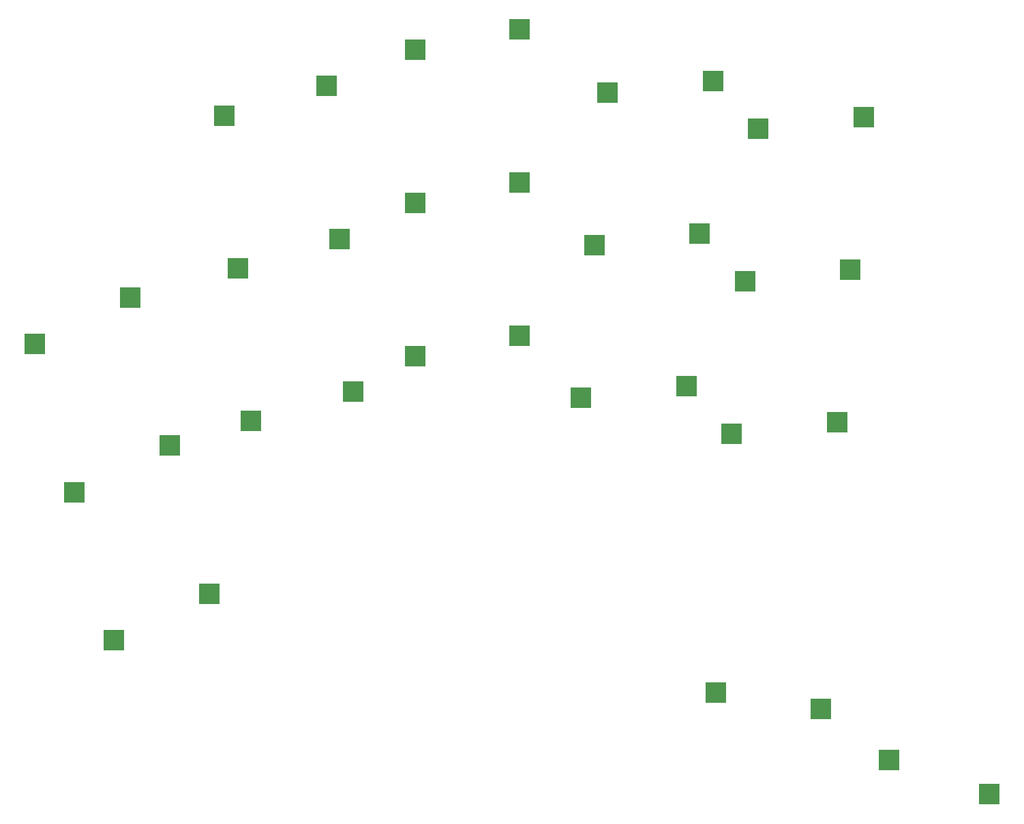
<source format=gbr>
%TF.GenerationSoftware,KiCad,Pcbnew,(6.0.2-0)*%
%TF.CreationDate,2022-05-20T19:03:11-07:00*%
%TF.ProjectId,adux_take_2,61647578-5f74-4616-9b65-5f322e6b6963,v1.0.0*%
%TF.SameCoordinates,Original*%
%TF.FileFunction,Paste,Bot*%
%TF.FilePolarity,Positive*%
%FSLAX46Y46*%
G04 Gerber Fmt 4.6, Leading zero omitted, Abs format (unit mm)*
G04 Created by KiCad (PCBNEW (6.0.2-0)) date 2022-05-20 19:03:11*
%MOMM*%
%LPD*%
G01*
G04 APERTURE LIST*
%ADD10R,2.550000X2.500000*%
G04 APERTURE END LIST*
D10*
%TO.C,S1*%
X6099091Y40458D03*
X17928214Y5839663D03*
%TD*%
%TO.C,S3*%
X1168588Y18441345D03*
X12997711Y24240550D03*
%TD*%
%TO.C,S5*%
X-3761914Y36842232D03*
X8067209Y42641437D03*
%TD*%
%TO.C,S7*%
X23122254Y27308969D03*
X35778687Y30965966D03*
%TD*%
%TO.C,S9*%
X21461937Y46286478D03*
X34118370Y49943475D03*
%TD*%
%TO.C,S11*%
X19801620Y65263987D03*
X32458053Y68920984D03*
%TD*%
%TO.C,S13*%
X43481943Y35306243D03*
X56408943Y37846243D03*
%TD*%
%TO.C,S15*%
X43481943Y54356243D03*
X56408943Y56896243D03*
%TD*%
%TO.C,S17*%
X43481943Y73406243D03*
X56408943Y75946243D03*
%TD*%
%TO.C,S19*%
X64061927Y30182720D03*
X77161112Y31586392D03*
%TD*%
%TO.C,S21*%
X65722244Y49160229D03*
X78821429Y50563901D03*
%TD*%
%TO.C,S23*%
X67382561Y68137738D03*
X80481746Y69541410D03*
%TD*%
%TO.C,S25*%
X82792494Y25699851D03*
X95891679Y27103523D03*
%TD*%
%TO.C,S27*%
X84452811Y44677360D03*
X97551996Y46081032D03*
%TD*%
%TO.C,S29*%
X86113128Y63654869D03*
X99212313Y65058541D03*
%TD*%
%TO.C,S31*%
X80876872Y-6508570D03*
X93893010Y-8543045D03*
%TD*%
%TO.C,S33*%
X102329136Y-14865086D03*
X114794246Y-19128882D03*
%TD*%
M02*

</source>
